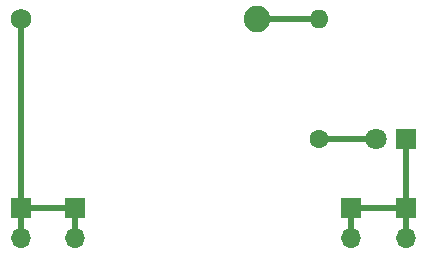
<source format=gbr>
%TF.GenerationSoftware,KiCad,Pcbnew,5.1.10-88a1d61d58~88~ubuntu18.04.1*%
%TF.CreationDate,2021-06-12T16:07:46+04:00*%
%TF.ProjectId,TesteurCable,54657374-6575-4724-9361-626c652e6b69,rev?*%
%TF.SameCoordinates,Original*%
%TF.FileFunction,Copper,L2,Bot*%
%TF.FilePolarity,Positive*%
%FSLAX46Y46*%
G04 Gerber Fmt 4.6, Leading zero omitted, Abs format (unit mm)*
G04 Created by KiCad (PCBNEW 5.1.10-88a1d61d58~88~ubuntu18.04.1) date 2021-06-12 16:07:46*
%MOMM*%
%LPD*%
G01*
G04 APERTURE LIST*
%TA.AperFunction,ComponentPad*%
%ADD10C,2.250000*%
%TD*%
%TA.AperFunction,ComponentPad*%
%ADD11C,1.755000*%
%TD*%
%TA.AperFunction,ComponentPad*%
%ADD12O,1.600000X1.600000*%
%TD*%
%TA.AperFunction,ComponentPad*%
%ADD13C,1.600000*%
%TD*%
%TA.AperFunction,ComponentPad*%
%ADD14C,1.800000*%
%TD*%
%TA.AperFunction,ComponentPad*%
%ADD15R,1.800000X1.800000*%
%TD*%
%TA.AperFunction,ComponentPad*%
%ADD16R,1.700000X1.700000*%
%TD*%
%TA.AperFunction,ComponentPad*%
%ADD17O,1.700000X1.700000*%
%TD*%
%TA.AperFunction,Conductor*%
%ADD18C,0.500000*%
%TD*%
G04 APERTURE END LIST*
D10*
%TO.P,BT1,+*%
%TO.N,Net-(BT1-Pad+)*%
X45052000Y-31242000D03*
D11*
%TO.P,BT1,-*%
%TO.N,Net-(BT1-Pad-)*%
X25052000Y-31242000D03*
%TD*%
D12*
%TO.P,R1,2*%
%TO.N,Net-(BT1-Pad+)*%
X50292000Y-31242000D03*
D13*
%TO.P,R1,1*%
%TO.N,Net-(D1-Pad2)*%
X50292000Y-41402000D03*
%TD*%
D14*
%TO.P,D1,2*%
%TO.N,Net-(D1-Pad2)*%
X55118000Y-41402000D03*
D15*
%TO.P,D1,1*%
%TO.N,Net-(D1-Pad1)*%
X57658000Y-41402000D03*
%TD*%
D16*
%TO.P,J1,1*%
%TO.N,Net-(BT1-Pad-)*%
X25050001Y-47225001D03*
D17*
%TO.P,J1,2*%
X25050001Y-49765001D03*
%TD*%
%TO.P,J2,2*%
%TO.N,Net-(BT1-Pad-)*%
X29700001Y-49765001D03*
D16*
%TO.P,J2,1*%
X29700001Y-47225001D03*
%TD*%
%TO.P,J3,1*%
%TO.N,Net-(D1-Pad1)*%
X53000001Y-47250001D03*
D17*
%TO.P,J3,2*%
X53000001Y-49790001D03*
%TD*%
%TO.P,J4,2*%
%TO.N,Net-(D1-Pad1)*%
X57650001Y-49790001D03*
D16*
%TO.P,J4,1*%
X57650001Y-47250001D03*
%TD*%
D18*
%TO.N,Net-(D1-Pad2)*%
X50292000Y-41402000D02*
X55118000Y-41402000D01*
%TO.N,Net-(D1-Pad1)*%
X57658000Y-41402000D02*
X57658000Y-47242002D01*
X57650001Y-47250001D02*
X53000001Y-47250001D01*
X53000001Y-47250001D02*
X53000001Y-49790001D01*
X57650001Y-47250001D02*
X57650001Y-49790001D01*
%TO.N,Net-(BT1-Pad-)*%
X25052000Y-31242000D02*
X25052000Y-47223002D01*
X25050001Y-47225001D02*
X25050001Y-49765001D01*
X25050001Y-47225001D02*
X29700001Y-47225001D01*
X29700001Y-47225001D02*
X29700001Y-49765001D01*
%TO.N,Net-(BT1-Pad+)*%
X45052000Y-31242000D02*
X50292000Y-31242000D01*
%TD*%
M02*

</source>
